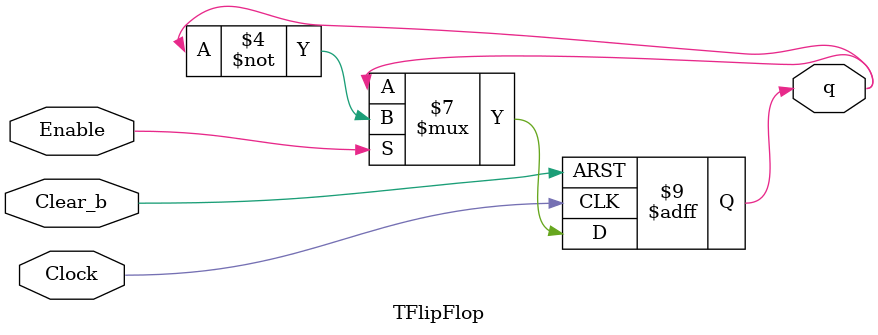
<source format=v>
module part1(Clock, Enable, Clear_b, CounterValue);
	input Clock, Enable, Clear_b;
	output [7:0] CounterValue;
	
	wire [7:0] Ts;

	assign Ts[0] = Enable;
	assign Ts[1] = Ts[0] & CounterValue[0];
	assign Ts[2] = Ts[1] & CounterValue[1];
	assign Ts[3] = Ts[2] & CounterValue[2];
	assign Ts[4] = Ts[3] & CounterValue[3];
	assign Ts[5] = Ts[4] & CounterValue[4];
	assign Ts[6] = Ts[5] & CounterValue[5];
	assign Ts[7] = Ts[6] & CounterValue[6];
	
	TFlipFlop tff0(
		.Clock(Clock),
		.Enable(Ts[0]),
		.Clear_b(Clear_b),
		.q(CounterValue[0])
	);
	TFlipFlop tff1(
		.Clock(Clock),
		.Enable(Ts[1]),
		.Clear_b(Clear_b),
		.q(CounterValue[1])
	);
	TFlipFlop tff2(
		.Clock(Clock),
		.Enable(Ts[2]),
		.Clear_b(Clear_b),
		.q(CounterValue[2])
	);
	TFlipFlop tff3(
		.Clock(Clock),
		.Enable(Ts[3]),
		.Clear_b(Clear_b),
		.q(CounterValue[3])
	);
	TFlipFlop tff4(
		.Clock(Clock),
		.Enable(Ts[4]),
		.Clear_b(Clear_b),
		.q(CounterValue[4])
	);
	TFlipFlop tff5(
		.Clock(Clock),
		.Enable(Ts[5]),
		.Clear_b(Clear_b),
		.q(CounterValue[5])
	);
	TFlipFlop tff6(
		.Clock(Clock),
		.Enable(Ts[6]),
		.Clear_b(Clear_b),
		.q(CounterValue[6])
	);
	TFlipFlop tff7(
		.Clock(Clock),
		.Enable(Ts[7]),
		.Clear_b(Clear_b),
		.q(CounterValue[7])
	);

endmodule

module TFlipFlop(Clock, Enable, Clear_b, q);
	input Clock, Enable, Clear_b;
	output reg q = 1'b0;
	
	always @(posedge Clock, negedge Clear_b)
	begin
	if (Clear_b == 1'b0)
		q <= 1'b0;
	
	else if (Enable == 1'b1)
		q <= ~q;
		
	else
		q <= q;
	
	end
endmodule

</source>
